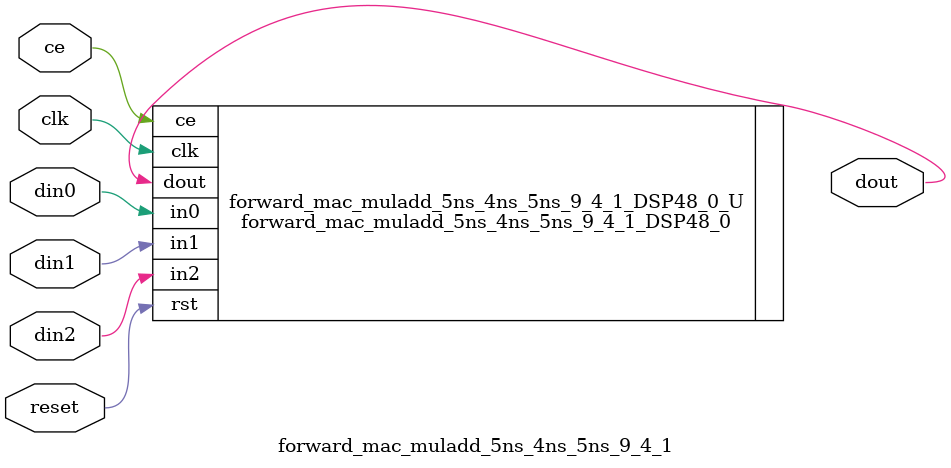
<source format=v>

module forward_mac_muladd_5ns_4ns_5ns_9_4_1(clk,reset,ce,din0,din1,din2,dout);  
parameter ID = 32'd1;
parameter NUM_STAGE = 32'd1;
parameter din0_WIDTH = 32'd1;
parameter din1_WIDTH = 32'd1;
parameter din2_WIDTH = 32'd1;
parameter dout_WIDTH = 32'd1;
input clk;
input reset;
input ce;
input[din0_WIDTH - 1:0] din0;
input[din1_WIDTH - 1:0] din1;
input[din2_WIDTH - 1:0] din2;
output[dout_WIDTH - 1:0] dout;
forward_mac_muladd_5ns_4ns_5ns_9_4_1_DSP48_0 forward_mac_muladd_5ns_4ns_5ns_9_4_1_DSP48_0_U(.clk( clk ),.rst( reset ),.ce( ce ),.in0( din0 ),.in1( din1 ),.in2( din2 ),.dout( dout ));
endmodule

</source>
